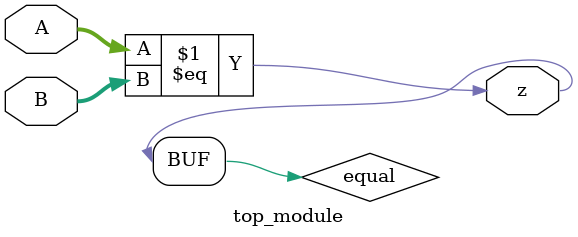
<source format=sv>
module top_module(
    input [1:0] A,
    input [1:0] B,
    output z);
    
    // Create a wire to store the result of the comparison
    wire equal;
    
    // Use an equality operator to compare A and B
    // The result will be stored in the 'equal' wire
    assign equal = (A == B);
    
    // Assign the value of 'equal' to the output 'z'
    assign z = equal;
    
endmodule

</source>
